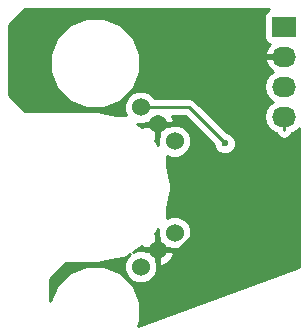
<source format=gbl>
G04 #@! TF.FileFunction,Copper,L2,Bot,Signal*
%FSLAX46Y46*%
G04 Gerber Fmt 4.6, Leading zero omitted, Abs format (unit mm)*
G04 Created by KiCad (PCBNEW 4.0.4+dfsg1-stable) date Thu Jun  8 13:46:51 2017*
%MOMM*%
%LPD*%
G01*
G04 APERTURE LIST*
%ADD10C,0.100000*%
%ADD11R,2.032000X1.727200*%
%ADD12O,2.032000X1.727200*%
%ADD13C,1.524000*%
%ADD14C,0.600000*%
%ADD15C,0.250000*%
%ADD16C,0.254000*%
G04 APERTURE END LIST*
D10*
D11*
X133000000Y-62920000D03*
D12*
X133000000Y-65460000D03*
X133000000Y-68000000D03*
X133000000Y-70540000D03*
D13*
X122300000Y-71200000D03*
X123736841Y-72636841D03*
X120863159Y-69763159D03*
X122300000Y-81800000D03*
X120863159Y-83236841D03*
X123736841Y-80363159D03*
D14*
X128000000Y-72800000D03*
X127900000Y-77500006D03*
X123500000Y-85200000D03*
X124000000Y-63800000D03*
D15*
X128000000Y-72800000D02*
X124963159Y-69763159D01*
X124963159Y-69763159D02*
X120863159Y-69763159D01*
X127900000Y-77924270D02*
X127900000Y-77500006D01*
X124024270Y-81800000D02*
X127900000Y-77924270D01*
X122300000Y-81800000D02*
X124024270Y-81800000D01*
X122300000Y-81800000D02*
X122300000Y-84000000D01*
X122300000Y-84000000D02*
X123500000Y-85200000D01*
X133000000Y-65460000D02*
X125660000Y-65460000D01*
X125660000Y-65460000D02*
X124000000Y-63800000D01*
X133000000Y-71653600D02*
X133000000Y-70540000D01*
D16*
G36*
X131532559Y-61592310D02*
X131387569Y-61804510D01*
X131336560Y-62056400D01*
X131336560Y-63783600D01*
X131380838Y-64018917D01*
X131519910Y-64235041D01*
X131732110Y-64380031D01*
X131826927Y-64399232D01*
X131649268Y-64557964D01*
X131395291Y-65085209D01*
X131392642Y-65100974D01*
X131513783Y-65333000D01*
X132873000Y-65333000D01*
X132873000Y-65313000D01*
X133127000Y-65313000D01*
X133127000Y-65333000D01*
X133147000Y-65333000D01*
X133147000Y-65587000D01*
X133127000Y-65587000D01*
X133127000Y-65607000D01*
X132873000Y-65607000D01*
X132873000Y-65587000D01*
X131513783Y-65587000D01*
X131392642Y-65819026D01*
X131395291Y-65834791D01*
X131649268Y-66362036D01*
X132065069Y-66733539D01*
X131755585Y-66940330D01*
X131430729Y-67426511D01*
X131316655Y-68000000D01*
X131430729Y-68573489D01*
X131755585Y-69059670D01*
X132070366Y-69270000D01*
X131755585Y-69480330D01*
X131430729Y-69966511D01*
X131316655Y-70540000D01*
X131430729Y-71113489D01*
X131755585Y-71599670D01*
X132241766Y-71924526D01*
X132296038Y-71935321D01*
X132297852Y-71944439D01*
X132462599Y-72191001D01*
X132709161Y-72355748D01*
X133000000Y-72413600D01*
X133290839Y-72355748D01*
X133537401Y-72191001D01*
X133702148Y-71944439D01*
X133703962Y-71935321D01*
X133758234Y-71924526D01*
X134244415Y-71599670D01*
X134290000Y-71531447D01*
X134290000Y-83255302D01*
X120610024Y-88306370D01*
X120834333Y-87766175D01*
X120835664Y-86240518D01*
X120253050Y-84830485D01*
X119175189Y-83750741D01*
X117766175Y-83165667D01*
X116240518Y-83164336D01*
X114830485Y-83746950D01*
X113750741Y-84824811D01*
X113210000Y-86127059D01*
X113210000Y-84294092D01*
X114544092Y-82960000D01*
X117000000Y-82960000D01*
X117068584Y-82946358D01*
X117138514Y-82946358D01*
X118744034Y-82627000D01*
X119000000Y-82627000D01*
X119065341Y-82608902D01*
X119179565Y-82540367D01*
X119338944Y-82508665D01*
X119594885Y-82402650D01*
X119977578Y-82146943D01*
X119679530Y-82444471D01*
X119466402Y-82957741D01*
X119465917Y-83513502D01*
X119678149Y-84027144D01*
X120070789Y-84420470D01*
X120584059Y-84633598D01*
X121139820Y-84634083D01*
X121653462Y-84421851D01*
X122046788Y-84029211D01*
X122259916Y-83515941D01*
X122260401Y-82960180D01*
X122173000Y-82748653D01*
X122173000Y-82106608D01*
X122285859Y-81993749D01*
X122219110Y-81927000D01*
X122427000Y-81927000D01*
X122427000Y-83059231D01*
X122647369Y-83181362D01*
X123149551Y-82943280D01*
X123522397Y-82531144D01*
X123681362Y-82147369D01*
X123559231Y-81927000D01*
X122427000Y-81927000D01*
X122219110Y-81927000D01*
X122106251Y-81814141D01*
X121993392Y-81927000D01*
X121351576Y-81927000D01*
X121142259Y-81840084D01*
X120586498Y-81839599D01*
X120196193Y-82000870D01*
X120945136Y-81500442D01*
X121040769Y-81673000D01*
X121993392Y-81673000D01*
X122106251Y-81785859D01*
X122285859Y-81606251D01*
X122173000Y-81493392D01*
X122173000Y-80540769D01*
X122053037Y-80474284D01*
X122340077Y-80091563D01*
X122339599Y-80639820D01*
X122427000Y-80851347D01*
X122427000Y-81493392D01*
X122314141Y-81606251D01*
X122493749Y-81785859D01*
X122606608Y-81673000D01*
X123248424Y-81673000D01*
X123457741Y-81759916D01*
X124013502Y-81760401D01*
X124527144Y-81548169D01*
X124920470Y-81155529D01*
X125133598Y-80642259D01*
X125134083Y-80086498D01*
X124921851Y-79572856D01*
X124529211Y-79179530D01*
X124015941Y-78966402D01*
X123460180Y-78965917D01*
X123060434Y-79131088D01*
X123101600Y-79076200D01*
X123123241Y-79030668D01*
X123127000Y-79000000D01*
X123127000Y-78244034D01*
X123446358Y-76638514D01*
X123446358Y-76361486D01*
X123127000Y-74755966D01*
X123127000Y-74000000D01*
X123116994Y-73950590D01*
X123101600Y-73923800D01*
X123060118Y-73868491D01*
X123457741Y-74033598D01*
X124013502Y-74034083D01*
X124527144Y-73821851D01*
X124920470Y-73429211D01*
X125133598Y-72915941D01*
X125134083Y-72360180D01*
X124921851Y-71846538D01*
X124529211Y-71453212D01*
X124015941Y-71240084D01*
X123460180Y-71239599D01*
X123248653Y-71327000D01*
X122606608Y-71327000D01*
X122493749Y-71214141D01*
X122314141Y-71393749D01*
X122427000Y-71506608D01*
X122427000Y-72148424D01*
X122340084Y-72357741D01*
X122339604Y-72907805D01*
X122053037Y-72525716D01*
X122173000Y-72459231D01*
X122173000Y-71506608D01*
X122285859Y-71393749D01*
X122106251Y-71214141D01*
X121993392Y-71327000D01*
X121040769Y-71327000D01*
X120974284Y-71446963D01*
X120591563Y-71159923D01*
X121139820Y-71160401D01*
X121351347Y-71073000D01*
X121993392Y-71073000D01*
X122106251Y-71185859D01*
X122285859Y-71006251D01*
X122173000Y-70893392D01*
X122173000Y-70523159D01*
X122427000Y-70523159D01*
X122427000Y-70893392D01*
X122314141Y-71006251D01*
X122493749Y-71185859D01*
X122606608Y-71073000D01*
X123559231Y-71073000D01*
X123681362Y-70852631D01*
X123525161Y-70523159D01*
X124648357Y-70523159D01*
X127064878Y-72939680D01*
X127064838Y-72985167D01*
X127206883Y-73328943D01*
X127469673Y-73592192D01*
X127813201Y-73734838D01*
X128185167Y-73735162D01*
X128528943Y-73593117D01*
X128792192Y-73330327D01*
X128934838Y-72986799D01*
X128935162Y-72614833D01*
X128793117Y-72271057D01*
X128530327Y-72007808D01*
X128186799Y-71865162D01*
X128139923Y-71865121D01*
X125500560Y-69225758D01*
X125253998Y-69061011D01*
X124963159Y-69003159D01*
X122060690Y-69003159D01*
X122048169Y-68972856D01*
X121655529Y-68579530D01*
X121142259Y-68366402D01*
X120586498Y-68365917D01*
X120072856Y-68578149D01*
X119679530Y-68970789D01*
X119466402Y-69484059D01*
X119465917Y-70039820D01*
X119631088Y-70439566D01*
X119576200Y-70398400D01*
X119530668Y-70376759D01*
X119500000Y-70373000D01*
X118744034Y-70373000D01*
X117138514Y-70053642D01*
X117068584Y-70053642D01*
X117000000Y-70040000D01*
X111044092Y-70040000D01*
X109710000Y-68705908D01*
X109710000Y-66759482D01*
X113164336Y-66759482D01*
X113746950Y-68169515D01*
X114824811Y-69249259D01*
X116233825Y-69834333D01*
X117759482Y-69835664D01*
X119169515Y-69253050D01*
X120249259Y-68175189D01*
X120834333Y-66766175D01*
X120835664Y-65240518D01*
X120253050Y-63830485D01*
X119175189Y-62750741D01*
X117766175Y-62165667D01*
X116240518Y-62164336D01*
X114830485Y-62746950D01*
X113750741Y-63824811D01*
X113165667Y-65233825D01*
X113164336Y-66759482D01*
X109710000Y-66759482D01*
X109710000Y-62794092D01*
X111044092Y-61460000D01*
X131738175Y-61460000D01*
X131532559Y-61592310D01*
X131532559Y-61592310D01*
G37*
X131532559Y-61592310D02*
X131387569Y-61804510D01*
X131336560Y-62056400D01*
X131336560Y-63783600D01*
X131380838Y-64018917D01*
X131519910Y-64235041D01*
X131732110Y-64380031D01*
X131826927Y-64399232D01*
X131649268Y-64557964D01*
X131395291Y-65085209D01*
X131392642Y-65100974D01*
X131513783Y-65333000D01*
X132873000Y-65333000D01*
X132873000Y-65313000D01*
X133127000Y-65313000D01*
X133127000Y-65333000D01*
X133147000Y-65333000D01*
X133147000Y-65587000D01*
X133127000Y-65587000D01*
X133127000Y-65607000D01*
X132873000Y-65607000D01*
X132873000Y-65587000D01*
X131513783Y-65587000D01*
X131392642Y-65819026D01*
X131395291Y-65834791D01*
X131649268Y-66362036D01*
X132065069Y-66733539D01*
X131755585Y-66940330D01*
X131430729Y-67426511D01*
X131316655Y-68000000D01*
X131430729Y-68573489D01*
X131755585Y-69059670D01*
X132070366Y-69270000D01*
X131755585Y-69480330D01*
X131430729Y-69966511D01*
X131316655Y-70540000D01*
X131430729Y-71113489D01*
X131755585Y-71599670D01*
X132241766Y-71924526D01*
X132296038Y-71935321D01*
X132297852Y-71944439D01*
X132462599Y-72191001D01*
X132709161Y-72355748D01*
X133000000Y-72413600D01*
X133290839Y-72355748D01*
X133537401Y-72191001D01*
X133702148Y-71944439D01*
X133703962Y-71935321D01*
X133758234Y-71924526D01*
X134244415Y-71599670D01*
X134290000Y-71531447D01*
X134290000Y-83255302D01*
X120610024Y-88306370D01*
X120834333Y-87766175D01*
X120835664Y-86240518D01*
X120253050Y-84830485D01*
X119175189Y-83750741D01*
X117766175Y-83165667D01*
X116240518Y-83164336D01*
X114830485Y-83746950D01*
X113750741Y-84824811D01*
X113210000Y-86127059D01*
X113210000Y-84294092D01*
X114544092Y-82960000D01*
X117000000Y-82960000D01*
X117068584Y-82946358D01*
X117138514Y-82946358D01*
X118744034Y-82627000D01*
X119000000Y-82627000D01*
X119065341Y-82608902D01*
X119179565Y-82540367D01*
X119338944Y-82508665D01*
X119594885Y-82402650D01*
X119977578Y-82146943D01*
X119679530Y-82444471D01*
X119466402Y-82957741D01*
X119465917Y-83513502D01*
X119678149Y-84027144D01*
X120070789Y-84420470D01*
X120584059Y-84633598D01*
X121139820Y-84634083D01*
X121653462Y-84421851D01*
X122046788Y-84029211D01*
X122259916Y-83515941D01*
X122260401Y-82960180D01*
X122173000Y-82748653D01*
X122173000Y-82106608D01*
X122285859Y-81993749D01*
X122219110Y-81927000D01*
X122427000Y-81927000D01*
X122427000Y-83059231D01*
X122647369Y-83181362D01*
X123149551Y-82943280D01*
X123522397Y-82531144D01*
X123681362Y-82147369D01*
X123559231Y-81927000D01*
X122427000Y-81927000D01*
X122219110Y-81927000D01*
X122106251Y-81814141D01*
X121993392Y-81927000D01*
X121351576Y-81927000D01*
X121142259Y-81840084D01*
X120586498Y-81839599D01*
X120196193Y-82000870D01*
X120945136Y-81500442D01*
X121040769Y-81673000D01*
X121993392Y-81673000D01*
X122106251Y-81785859D01*
X122285859Y-81606251D01*
X122173000Y-81493392D01*
X122173000Y-80540769D01*
X122053037Y-80474284D01*
X122340077Y-80091563D01*
X122339599Y-80639820D01*
X122427000Y-80851347D01*
X122427000Y-81493392D01*
X122314141Y-81606251D01*
X122493749Y-81785859D01*
X122606608Y-81673000D01*
X123248424Y-81673000D01*
X123457741Y-81759916D01*
X124013502Y-81760401D01*
X124527144Y-81548169D01*
X124920470Y-81155529D01*
X125133598Y-80642259D01*
X125134083Y-80086498D01*
X124921851Y-79572856D01*
X124529211Y-79179530D01*
X124015941Y-78966402D01*
X123460180Y-78965917D01*
X123060434Y-79131088D01*
X123101600Y-79076200D01*
X123123241Y-79030668D01*
X123127000Y-79000000D01*
X123127000Y-78244034D01*
X123446358Y-76638514D01*
X123446358Y-76361486D01*
X123127000Y-74755966D01*
X123127000Y-74000000D01*
X123116994Y-73950590D01*
X123101600Y-73923800D01*
X123060118Y-73868491D01*
X123457741Y-74033598D01*
X124013502Y-74034083D01*
X124527144Y-73821851D01*
X124920470Y-73429211D01*
X125133598Y-72915941D01*
X125134083Y-72360180D01*
X124921851Y-71846538D01*
X124529211Y-71453212D01*
X124015941Y-71240084D01*
X123460180Y-71239599D01*
X123248653Y-71327000D01*
X122606608Y-71327000D01*
X122493749Y-71214141D01*
X122314141Y-71393749D01*
X122427000Y-71506608D01*
X122427000Y-72148424D01*
X122340084Y-72357741D01*
X122339604Y-72907805D01*
X122053037Y-72525716D01*
X122173000Y-72459231D01*
X122173000Y-71506608D01*
X122285859Y-71393749D01*
X122106251Y-71214141D01*
X121993392Y-71327000D01*
X121040769Y-71327000D01*
X120974284Y-71446963D01*
X120591563Y-71159923D01*
X121139820Y-71160401D01*
X121351347Y-71073000D01*
X121993392Y-71073000D01*
X122106251Y-71185859D01*
X122285859Y-71006251D01*
X122173000Y-70893392D01*
X122173000Y-70523159D01*
X122427000Y-70523159D01*
X122427000Y-70893392D01*
X122314141Y-71006251D01*
X122493749Y-71185859D01*
X122606608Y-71073000D01*
X123559231Y-71073000D01*
X123681362Y-70852631D01*
X123525161Y-70523159D01*
X124648357Y-70523159D01*
X127064878Y-72939680D01*
X127064838Y-72985167D01*
X127206883Y-73328943D01*
X127469673Y-73592192D01*
X127813201Y-73734838D01*
X128185167Y-73735162D01*
X128528943Y-73593117D01*
X128792192Y-73330327D01*
X128934838Y-72986799D01*
X128935162Y-72614833D01*
X128793117Y-72271057D01*
X128530327Y-72007808D01*
X128186799Y-71865162D01*
X128139923Y-71865121D01*
X125500560Y-69225758D01*
X125253998Y-69061011D01*
X124963159Y-69003159D01*
X122060690Y-69003159D01*
X122048169Y-68972856D01*
X121655529Y-68579530D01*
X121142259Y-68366402D01*
X120586498Y-68365917D01*
X120072856Y-68578149D01*
X119679530Y-68970789D01*
X119466402Y-69484059D01*
X119465917Y-70039820D01*
X119631088Y-70439566D01*
X119576200Y-70398400D01*
X119530668Y-70376759D01*
X119500000Y-70373000D01*
X118744034Y-70373000D01*
X117138514Y-70053642D01*
X117068584Y-70053642D01*
X117000000Y-70040000D01*
X111044092Y-70040000D01*
X109710000Y-68705908D01*
X109710000Y-66759482D01*
X113164336Y-66759482D01*
X113746950Y-68169515D01*
X114824811Y-69249259D01*
X116233825Y-69834333D01*
X117759482Y-69835664D01*
X119169515Y-69253050D01*
X120249259Y-68175189D01*
X120834333Y-66766175D01*
X120835664Y-65240518D01*
X120253050Y-63830485D01*
X119175189Y-62750741D01*
X117766175Y-62165667D01*
X116240518Y-62164336D01*
X114830485Y-62746950D01*
X113750741Y-63824811D01*
X113165667Y-65233825D01*
X113164336Y-66759482D01*
X109710000Y-66759482D01*
X109710000Y-62794092D01*
X111044092Y-61460000D01*
X131738175Y-61460000D01*
X131532559Y-61592310D01*
M02*

</source>
